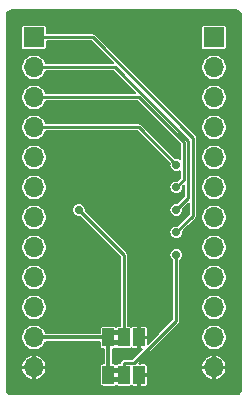
<source format=gbr>
%TF.GenerationSoftware,KiCad,Pcbnew,5.1.6+dfsg1-1*%
%TF.CreationDate,2020-07-12T14:16:47+08:00*%
%TF.ProjectId,gpioexp,6770696f-6578-4702-9e6b-696361645f70,a*%
%TF.SameCoordinates,Original*%
%TF.FileFunction,Copper,L2,Bot*%
%TF.FilePolarity,Positive*%
%FSLAX46Y46*%
G04 Gerber Fmt 4.6, Leading zero omitted, Abs format (unit mm)*
G04 Created by KiCad (PCBNEW 5.1.6+dfsg1-1) date 2020-07-12 14:16:47*
%MOMM*%
%LPD*%
G01*
G04 APERTURE LIST*
%TA.AperFunction,EtchedComponent*%
%ADD10C,0.100000*%
%TD*%
%TA.AperFunction,SMDPad,CuDef*%
%ADD11R,1.000000X1.500000*%
%TD*%
%TA.AperFunction,ComponentPad*%
%ADD12O,1.700000X1.700000*%
%TD*%
%TA.AperFunction,ComponentPad*%
%ADD13R,1.700000X1.700000*%
%TD*%
%TA.AperFunction,ViaPad*%
%ADD14C,0.700000*%
%TD*%
%TA.AperFunction,Conductor*%
%ADD15C,0.304800*%
%TD*%
%TA.AperFunction,Conductor*%
%ADD16C,0.228600*%
%TD*%
%TA.AperFunction,Conductor*%
%ADD17C,0.152400*%
%TD*%
G04 APERTURE END LIST*
D10*
%TO.C,JP2*%
G36*
X141340000Y-110455000D02*
G01*
X141840000Y-110455000D01*
X141840000Y-110055000D01*
X141340000Y-110055000D01*
X141340000Y-110455000D01*
G37*
G36*
X141340000Y-109655000D02*
G01*
X141840000Y-109655000D01*
X141840000Y-109255000D01*
X141340000Y-109255000D01*
X141340000Y-109655000D01*
G37*
%TO.C,JP1*%
G36*
X141340000Y-107280000D02*
G01*
X141840000Y-107280000D01*
X141840000Y-106880000D01*
X141340000Y-106880000D01*
X141340000Y-107280000D01*
G37*
G36*
X141340000Y-106480000D02*
G01*
X141840000Y-106480000D01*
X141840000Y-106080000D01*
X141340000Y-106080000D01*
X141340000Y-106480000D01*
G37*
%TD*%
D11*
%TO.P,JP2,2*%
%TO.N,AD1*%
X142240000Y-109855000D03*
%TO.P,JP2,3*%
%TO.N,GND*%
X143540000Y-109855000D03*
%TO.P,JP2,1*%
%TO.N,VCC*%
X140940000Y-109855000D03*
%TD*%
%TO.P,JP1,2*%
%TO.N,AD0*%
X142240000Y-106680000D03*
%TO.P,JP1,3*%
%TO.N,GND*%
X143540000Y-106680000D03*
%TO.P,JP1,1*%
%TO.N,VCC*%
X140940000Y-106680000D03*
%TD*%
D12*
%TO.P,J2,12*%
%TO.N,GND*%
X149860000Y-109220000D03*
%TO.P,J2,11*%
%TO.N,VCC*%
X149860000Y-106680000D03*
%TO.P,J2,10*%
%TO.N,INT*%
X149860000Y-104140000D03*
%TO.P,J2,9*%
%TO.N,NRST*%
X149860000Y-101600000D03*
%TO.P,J2,8*%
%TO.N,P0_0*%
X149860000Y-99060000D03*
%TO.P,J2,7*%
%TO.N,P0_1*%
X149860000Y-96520000D03*
%TO.P,J2,6*%
%TO.N,P0_2*%
X149860000Y-93980000D03*
%TO.P,J2,5*%
%TO.N,P0_3*%
X149860000Y-91440000D03*
%TO.P,J2,4*%
%TO.N,P0_4*%
X149860000Y-88900000D03*
%TO.P,J2,3*%
%TO.N,P0_5*%
X149860000Y-86360000D03*
%TO.P,J2,2*%
%TO.N,P0_6*%
X149860000Y-83820000D03*
D13*
%TO.P,J2,1*%
%TO.N,P0_7*%
X149860000Y-81280000D03*
%TD*%
D12*
%TO.P,J1,12*%
%TO.N,GND*%
X134620000Y-109220000D03*
%TO.P,J1,11*%
%TO.N,VCC*%
X134620000Y-106680000D03*
%TO.P,J1,10*%
%TO.N,SDA*%
X134620000Y-104140000D03*
%TO.P,J1,9*%
%TO.N,SCL*%
X134620000Y-101600000D03*
%TO.P,J1,8*%
%TO.N,P1_7*%
X134620000Y-99060000D03*
%TO.P,J1,7*%
%TO.N,P1_6*%
X134620000Y-96520000D03*
%TO.P,J1,6*%
%TO.N,P1_5*%
X134620000Y-93980000D03*
%TO.P,J1,5*%
%TO.N,P1_4*%
X134620000Y-91440000D03*
%TO.P,J1,4*%
%TO.N,P1_3*%
X134620000Y-88900000D03*
%TO.P,J1,3*%
%TO.N,P1_2*%
X134620000Y-86360000D03*
%TO.P,J1,2*%
%TO.N,P1_1*%
X134620000Y-83820000D03*
D13*
%TO.P,J1,1*%
%TO.N,P1_0*%
X134620000Y-81280000D03*
%TD*%
D14*
%TO.N,GND*%
X142240000Y-92075000D03*
X140335000Y-95885000D03*
X142240000Y-80010000D03*
X144780000Y-80010000D03*
X139700000Y-80010000D03*
X137160000Y-80010000D03*
X147320000Y-80010000D03*
X144145000Y-101600000D03*
X144145000Y-103505000D03*
X147320000Y-110490000D03*
X145415000Y-110490000D03*
X139065000Y-110490000D03*
X137160000Y-110490000D03*
X138430000Y-97790000D03*
%TO.N,AD0*%
X138430000Y-95885000D03*
%TO.N,AD1*%
X146685000Y-99695000D03*
%TO.N,P1_3*%
X146685000Y-92075000D03*
%TO.N,P1_2*%
X146685000Y-93980000D03*
%TO.N,P1_1*%
X146685000Y-95885000D03*
%TO.N,P1_0*%
X146685000Y-97790000D03*
%TD*%
D15*
%TO.N,VCC*%
X140940000Y-106680000D02*
X140940000Y-109855000D01*
X140940000Y-106680000D02*
X134620000Y-106680000D01*
D16*
%TO.N,AD0*%
X142240000Y-99695000D02*
X142240000Y-106680000D01*
X138430000Y-95885000D02*
X142240000Y-99695000D01*
%TO.N,AD1*%
X142240000Y-108876400D02*
X142240000Y-109855000D01*
X142278101Y-108838299D02*
X142240000Y-108876400D01*
X143111763Y-108838299D02*
X142278101Y-108838299D01*
X146685000Y-105265062D02*
X143111763Y-108838299D01*
X146685000Y-99695000D02*
X146685000Y-105265062D01*
%TO.N,P1_3*%
X146685000Y-92075000D02*
X143510000Y-88900000D01*
X143510000Y-88900000D02*
X134620000Y-88900000D01*
%TO.N,P1_2*%
X134620000Y-86360000D02*
X143510000Y-86360000D01*
X143510000Y-86360000D02*
X147320000Y-90170000D01*
X147320000Y-93345000D02*
X146685000Y-93980000D01*
X147320000Y-90170000D02*
X147320000Y-93345000D01*
%TO.N,P1_1*%
X134620000Y-83820000D02*
X141508830Y-83820000D01*
X141508830Y-83820000D02*
X147701009Y-90012179D01*
X147701009Y-90012179D02*
X147701009Y-94868991D01*
X147701009Y-94868991D02*
X146685000Y-95885000D01*
%TO.N,P1_0*%
X148082020Y-96392980D02*
X148082020Y-89758190D01*
X146685000Y-97790000D02*
X148082020Y-96392980D01*
X148082020Y-89758190D02*
X139603830Y-81280000D01*
X139603830Y-81280000D02*
X134620000Y-81280000D01*
%TD*%
D17*
%TO.N,GND*%
G36*
X151838847Y-79002057D02*
G01*
X151909878Y-79023502D01*
X151975392Y-79058337D01*
X152032892Y-79105234D01*
X152080187Y-79162404D01*
X152115477Y-79227672D01*
X152137418Y-79298554D01*
X152146400Y-79384005D01*
X152146401Y-111112585D01*
X152137943Y-111198848D01*
X152116499Y-111269875D01*
X152081665Y-111335389D01*
X152034768Y-111392890D01*
X151977598Y-111440186D01*
X151912328Y-111475477D01*
X151841446Y-111497418D01*
X151755995Y-111506400D01*
X132727405Y-111506400D01*
X132641152Y-111497943D01*
X132570125Y-111476499D01*
X132504611Y-111441665D01*
X132447110Y-111394768D01*
X132399814Y-111337598D01*
X132364523Y-111272328D01*
X132342582Y-111201446D01*
X132333600Y-111115995D01*
X132333600Y-109463570D01*
X133569261Y-109463570D01*
X133611019Y-109601240D01*
X133704783Y-109790757D01*
X133833718Y-109958340D01*
X133992869Y-110097549D01*
X134176120Y-110203034D01*
X134376429Y-110270742D01*
X134543800Y-110238759D01*
X134543800Y-109296200D01*
X134696200Y-109296200D01*
X134696200Y-110238759D01*
X134863571Y-110270742D01*
X135063880Y-110203034D01*
X135247131Y-110097549D01*
X135406282Y-109958340D01*
X135535217Y-109790757D01*
X135628981Y-109601240D01*
X135670739Y-109463570D01*
X135638604Y-109296200D01*
X134696200Y-109296200D01*
X134543800Y-109296200D01*
X133601396Y-109296200D01*
X133569261Y-109463570D01*
X132333600Y-109463570D01*
X132333600Y-108976430D01*
X133569261Y-108976430D01*
X133601396Y-109143800D01*
X134543800Y-109143800D01*
X134543800Y-108201241D01*
X134696200Y-108201241D01*
X134696200Y-109143800D01*
X135638604Y-109143800D01*
X135670739Y-108976430D01*
X135628981Y-108838760D01*
X135535217Y-108649243D01*
X135406282Y-108481660D01*
X135247131Y-108342451D01*
X135063880Y-108236966D01*
X134863571Y-108169258D01*
X134696200Y-108201241D01*
X134543800Y-108201241D01*
X134376429Y-108169258D01*
X134176120Y-108236966D01*
X133992869Y-108342451D01*
X133833718Y-108481660D01*
X133704783Y-108649243D01*
X133611019Y-108838760D01*
X133569261Y-108976430D01*
X132333600Y-108976430D01*
X132333600Y-106573767D01*
X133541400Y-106573767D01*
X133541400Y-106786233D01*
X133582850Y-106994616D01*
X133664157Y-107190909D01*
X133782197Y-107367567D01*
X133932433Y-107517803D01*
X134109091Y-107635843D01*
X134305384Y-107717150D01*
X134513767Y-107758600D01*
X134726233Y-107758600D01*
X134934616Y-107717150D01*
X135130909Y-107635843D01*
X135307567Y-107517803D01*
X135457803Y-107367567D01*
X135575843Y-107190909D01*
X135629653Y-107061000D01*
X140210294Y-107061000D01*
X140210294Y-107430000D01*
X140214708Y-107474813D01*
X140227779Y-107517905D01*
X140249006Y-107557618D01*
X140277573Y-107592427D01*
X140312382Y-107620994D01*
X140352095Y-107642221D01*
X140395187Y-107655292D01*
X140440000Y-107659706D01*
X140559000Y-107659706D01*
X140559001Y-108875294D01*
X140440000Y-108875294D01*
X140395187Y-108879708D01*
X140352095Y-108892779D01*
X140312382Y-108914006D01*
X140277573Y-108942573D01*
X140249006Y-108977382D01*
X140227779Y-109017095D01*
X140214708Y-109060187D01*
X140210294Y-109105000D01*
X140210294Y-110605000D01*
X140214708Y-110649813D01*
X140227779Y-110692905D01*
X140249006Y-110732618D01*
X140277573Y-110767427D01*
X140312382Y-110795994D01*
X140352095Y-110817221D01*
X140395187Y-110830292D01*
X140440000Y-110834706D01*
X141440000Y-110834706D01*
X141484813Y-110830292D01*
X141527905Y-110817221D01*
X141567618Y-110795994D01*
X141590000Y-110777626D01*
X141612382Y-110795994D01*
X141652095Y-110817221D01*
X141695187Y-110830292D01*
X141740000Y-110834706D01*
X142740000Y-110834706D01*
X142784813Y-110830292D01*
X142827905Y-110817221D01*
X142867618Y-110795994D01*
X142890000Y-110777626D01*
X142912382Y-110795994D01*
X142952095Y-110817221D01*
X142995187Y-110830292D01*
X143040000Y-110834706D01*
X143406650Y-110833600D01*
X143463800Y-110776450D01*
X143463800Y-109931200D01*
X143616200Y-109931200D01*
X143616200Y-110776450D01*
X143673350Y-110833600D01*
X144040000Y-110834706D01*
X144084813Y-110830292D01*
X144127905Y-110817221D01*
X144167618Y-110795994D01*
X144202427Y-110767427D01*
X144230994Y-110732618D01*
X144252221Y-110692905D01*
X144265292Y-110649813D01*
X144269706Y-110605000D01*
X144268600Y-109988350D01*
X144211450Y-109931200D01*
X143616200Y-109931200D01*
X143463800Y-109931200D01*
X143443800Y-109931200D01*
X143443800Y-109778800D01*
X143463800Y-109778800D01*
X143463800Y-109758800D01*
X143616200Y-109758800D01*
X143616200Y-109778800D01*
X144211450Y-109778800D01*
X144268600Y-109721650D01*
X144269062Y-109463570D01*
X148809261Y-109463570D01*
X148851019Y-109601240D01*
X148944783Y-109790757D01*
X149073718Y-109958340D01*
X149232869Y-110097549D01*
X149416120Y-110203034D01*
X149616429Y-110270742D01*
X149783800Y-110238759D01*
X149783800Y-109296200D01*
X149936200Y-109296200D01*
X149936200Y-110238759D01*
X150103571Y-110270742D01*
X150303880Y-110203034D01*
X150487131Y-110097549D01*
X150646282Y-109958340D01*
X150775217Y-109790757D01*
X150868981Y-109601240D01*
X150910739Y-109463570D01*
X150878604Y-109296200D01*
X149936200Y-109296200D01*
X149783800Y-109296200D01*
X148841396Y-109296200D01*
X148809261Y-109463570D01*
X144269062Y-109463570D01*
X144269706Y-109105000D01*
X144265292Y-109060187D01*
X144252221Y-109017095D01*
X144230994Y-108977382D01*
X144230213Y-108976430D01*
X148809261Y-108976430D01*
X148841396Y-109143800D01*
X149783800Y-109143800D01*
X149783800Y-108201241D01*
X149936200Y-108201241D01*
X149936200Y-109143800D01*
X150878604Y-109143800D01*
X150910739Y-108976430D01*
X150868981Y-108838760D01*
X150775217Y-108649243D01*
X150646282Y-108481660D01*
X150487131Y-108342451D01*
X150303880Y-108236966D01*
X150103571Y-108169258D01*
X149936200Y-108201241D01*
X149783800Y-108201241D01*
X149616429Y-108169258D01*
X149416120Y-108236966D01*
X149232869Y-108342451D01*
X149073718Y-108481660D01*
X148944783Y-108649243D01*
X148851019Y-108838760D01*
X148809261Y-108976430D01*
X144230213Y-108976430D01*
X144202427Y-108942573D01*
X144167618Y-108914006D01*
X144127905Y-108892779D01*
X144084813Y-108879708D01*
X144040000Y-108875294D01*
X143673350Y-108876400D01*
X143616202Y-108933548D01*
X143616202Y-108876400D01*
X143558595Y-108876400D01*
X145861228Y-106573767D01*
X148781400Y-106573767D01*
X148781400Y-106786233D01*
X148822850Y-106994616D01*
X148904157Y-107190909D01*
X149022197Y-107367567D01*
X149172433Y-107517803D01*
X149349091Y-107635843D01*
X149545384Y-107717150D01*
X149753767Y-107758600D01*
X149966233Y-107758600D01*
X150174616Y-107717150D01*
X150370909Y-107635843D01*
X150547567Y-107517803D01*
X150697803Y-107367567D01*
X150815843Y-107190909D01*
X150897150Y-106994616D01*
X150938600Y-106786233D01*
X150938600Y-106573767D01*
X150897150Y-106365384D01*
X150815843Y-106169091D01*
X150697803Y-105992433D01*
X150547567Y-105842197D01*
X150370909Y-105724157D01*
X150174616Y-105642850D01*
X149966233Y-105601400D01*
X149753767Y-105601400D01*
X149545384Y-105642850D01*
X149349091Y-105724157D01*
X149172433Y-105842197D01*
X149022197Y-105992433D01*
X148904157Y-106169091D01*
X148822850Y-106365384D01*
X148781400Y-106573767D01*
X145861228Y-106573767D01*
X146915557Y-105519439D01*
X146928640Y-105508702D01*
X146971490Y-105456489D01*
X147003331Y-105396919D01*
X147022938Y-105332282D01*
X147027900Y-105281905D01*
X147027900Y-105281898D01*
X147029558Y-105265063D01*
X147027900Y-105248228D01*
X147027900Y-104033767D01*
X148781400Y-104033767D01*
X148781400Y-104246233D01*
X148822850Y-104454616D01*
X148904157Y-104650909D01*
X149022197Y-104827567D01*
X149172433Y-104977803D01*
X149349091Y-105095843D01*
X149545384Y-105177150D01*
X149753767Y-105218600D01*
X149966233Y-105218600D01*
X150174616Y-105177150D01*
X150370909Y-105095843D01*
X150547567Y-104977803D01*
X150697803Y-104827567D01*
X150815843Y-104650909D01*
X150897150Y-104454616D01*
X150938600Y-104246233D01*
X150938600Y-104033767D01*
X150897150Y-103825384D01*
X150815843Y-103629091D01*
X150697803Y-103452433D01*
X150547567Y-103302197D01*
X150370909Y-103184157D01*
X150174616Y-103102850D01*
X149966233Y-103061400D01*
X149753767Y-103061400D01*
X149545384Y-103102850D01*
X149349091Y-103184157D01*
X149172433Y-103302197D01*
X149022197Y-103452433D01*
X148904157Y-103629091D01*
X148822850Y-103825384D01*
X148781400Y-104033767D01*
X147027900Y-104033767D01*
X147027900Y-101493767D01*
X148781400Y-101493767D01*
X148781400Y-101706233D01*
X148822850Y-101914616D01*
X148904157Y-102110909D01*
X149022197Y-102287567D01*
X149172433Y-102437803D01*
X149349091Y-102555843D01*
X149545384Y-102637150D01*
X149753767Y-102678600D01*
X149966233Y-102678600D01*
X150174616Y-102637150D01*
X150370909Y-102555843D01*
X150547567Y-102437803D01*
X150697803Y-102287567D01*
X150815843Y-102110909D01*
X150897150Y-101914616D01*
X150938600Y-101706233D01*
X150938600Y-101493767D01*
X150897150Y-101285384D01*
X150815843Y-101089091D01*
X150697803Y-100912433D01*
X150547567Y-100762197D01*
X150370909Y-100644157D01*
X150174616Y-100562850D01*
X149966233Y-100521400D01*
X149753767Y-100521400D01*
X149545384Y-100562850D01*
X149349091Y-100644157D01*
X149172433Y-100762197D01*
X149022197Y-100912433D01*
X148904157Y-101089091D01*
X148822850Y-101285384D01*
X148781400Y-101493767D01*
X147027900Y-101493767D01*
X147027900Y-100161758D01*
X147053836Y-100144428D01*
X147134428Y-100063836D01*
X147197749Y-99969070D01*
X147241365Y-99863772D01*
X147263600Y-99751987D01*
X147263600Y-99638013D01*
X147241365Y-99526228D01*
X147197749Y-99420930D01*
X147134428Y-99326164D01*
X147053836Y-99245572D01*
X146959070Y-99182251D01*
X146853772Y-99138635D01*
X146741987Y-99116400D01*
X146628013Y-99116400D01*
X146516228Y-99138635D01*
X146410930Y-99182251D01*
X146316164Y-99245572D01*
X146235572Y-99326164D01*
X146172251Y-99420930D01*
X146128635Y-99526228D01*
X146106400Y-99638013D01*
X146106400Y-99751987D01*
X146128635Y-99863772D01*
X146172251Y-99969070D01*
X146235572Y-100063836D01*
X146316164Y-100144428D01*
X146342100Y-100161758D01*
X146342101Y-105123027D01*
X144269286Y-107195843D01*
X144268600Y-106813350D01*
X144211450Y-106756200D01*
X143616200Y-106756200D01*
X143616200Y-107601450D01*
X143673350Y-107658600D01*
X143806128Y-107659001D01*
X142969730Y-108495399D01*
X142294944Y-108495399D01*
X142278101Y-108493740D01*
X142261258Y-108495399D01*
X142210881Y-108500361D01*
X142146244Y-108519968D01*
X142086674Y-108551809D01*
X142034461Y-108594659D01*
X142023720Y-108607747D01*
X142009444Y-108622023D01*
X141996360Y-108632761D01*
X141953510Y-108684974D01*
X141921669Y-108744544D01*
X141902062Y-108809181D01*
X141897100Y-108859558D01*
X141897100Y-108859565D01*
X141895551Y-108875294D01*
X141740000Y-108875294D01*
X141695187Y-108879708D01*
X141652095Y-108892779D01*
X141612382Y-108914006D01*
X141590000Y-108932374D01*
X141567618Y-108914006D01*
X141527905Y-108892779D01*
X141484813Y-108879708D01*
X141440000Y-108875294D01*
X141321000Y-108875294D01*
X141321000Y-107659706D01*
X141440000Y-107659706D01*
X141484813Y-107655292D01*
X141527905Y-107642221D01*
X141567618Y-107620994D01*
X141590000Y-107602626D01*
X141612382Y-107620994D01*
X141652095Y-107642221D01*
X141695187Y-107655292D01*
X141740000Y-107659706D01*
X142740000Y-107659706D01*
X142784813Y-107655292D01*
X142827905Y-107642221D01*
X142867618Y-107620994D01*
X142890000Y-107602626D01*
X142912382Y-107620994D01*
X142952095Y-107642221D01*
X142995187Y-107655292D01*
X143040000Y-107659706D01*
X143406650Y-107658600D01*
X143463800Y-107601450D01*
X143463800Y-106756200D01*
X143443800Y-106756200D01*
X143443800Y-106603800D01*
X143463800Y-106603800D01*
X143463800Y-105758550D01*
X143616200Y-105758550D01*
X143616200Y-106603800D01*
X144211450Y-106603800D01*
X144268600Y-106546650D01*
X144269706Y-105930000D01*
X144265292Y-105885187D01*
X144252221Y-105842095D01*
X144230994Y-105802382D01*
X144202427Y-105767573D01*
X144167618Y-105739006D01*
X144127905Y-105717779D01*
X144084813Y-105704708D01*
X144040000Y-105700294D01*
X143673350Y-105701400D01*
X143616200Y-105758550D01*
X143463800Y-105758550D01*
X143406650Y-105701400D01*
X143040000Y-105700294D01*
X142995187Y-105704708D01*
X142952095Y-105717779D01*
X142912382Y-105739006D01*
X142890000Y-105757374D01*
X142867618Y-105739006D01*
X142827905Y-105717779D01*
X142784813Y-105704708D01*
X142740000Y-105700294D01*
X142582900Y-105700294D01*
X142582900Y-99711843D01*
X142584559Y-99695000D01*
X142577938Y-99627780D01*
X142558331Y-99563143D01*
X142526490Y-99503573D01*
X142494376Y-99464443D01*
X142483639Y-99451360D01*
X142470556Y-99440623D01*
X141983700Y-98953767D01*
X148781400Y-98953767D01*
X148781400Y-99166233D01*
X148822850Y-99374616D01*
X148904157Y-99570909D01*
X149022197Y-99747567D01*
X149172433Y-99897803D01*
X149349091Y-100015843D01*
X149545384Y-100097150D01*
X149753767Y-100138600D01*
X149966233Y-100138600D01*
X150174616Y-100097150D01*
X150370909Y-100015843D01*
X150547567Y-99897803D01*
X150697803Y-99747567D01*
X150815843Y-99570909D01*
X150897150Y-99374616D01*
X150938600Y-99166233D01*
X150938600Y-98953767D01*
X150897150Y-98745384D01*
X150815843Y-98549091D01*
X150697803Y-98372433D01*
X150547567Y-98222197D01*
X150370909Y-98104157D01*
X150174616Y-98022850D01*
X149966233Y-97981400D01*
X149753767Y-97981400D01*
X149545384Y-98022850D01*
X149349091Y-98104157D01*
X149172433Y-98222197D01*
X149022197Y-98372433D01*
X148904157Y-98549091D01*
X148822850Y-98745384D01*
X148781400Y-98953767D01*
X141983700Y-98953767D01*
X139002514Y-95972581D01*
X139008600Y-95941987D01*
X139008600Y-95828013D01*
X138986365Y-95716228D01*
X138942749Y-95610930D01*
X138879428Y-95516164D01*
X138798836Y-95435572D01*
X138704070Y-95372251D01*
X138598772Y-95328635D01*
X138486987Y-95306400D01*
X138373013Y-95306400D01*
X138261228Y-95328635D01*
X138155930Y-95372251D01*
X138061164Y-95435572D01*
X137980572Y-95516164D01*
X137917251Y-95610930D01*
X137873635Y-95716228D01*
X137851400Y-95828013D01*
X137851400Y-95941987D01*
X137873635Y-96053772D01*
X137917251Y-96159070D01*
X137980572Y-96253836D01*
X138061164Y-96334428D01*
X138155930Y-96397749D01*
X138261228Y-96441365D01*
X138373013Y-96463600D01*
X138486987Y-96463600D01*
X138517581Y-96457514D01*
X141897100Y-99837033D01*
X141897101Y-105700294D01*
X141740000Y-105700294D01*
X141695187Y-105704708D01*
X141652095Y-105717779D01*
X141612382Y-105739006D01*
X141590000Y-105757374D01*
X141567618Y-105739006D01*
X141527905Y-105717779D01*
X141484813Y-105704708D01*
X141440000Y-105700294D01*
X140440000Y-105700294D01*
X140395187Y-105704708D01*
X140352095Y-105717779D01*
X140312382Y-105739006D01*
X140277573Y-105767573D01*
X140249006Y-105802382D01*
X140227779Y-105842095D01*
X140214708Y-105885187D01*
X140210294Y-105930000D01*
X140210294Y-106299000D01*
X135629653Y-106299000D01*
X135575843Y-106169091D01*
X135457803Y-105992433D01*
X135307567Y-105842197D01*
X135130909Y-105724157D01*
X134934616Y-105642850D01*
X134726233Y-105601400D01*
X134513767Y-105601400D01*
X134305384Y-105642850D01*
X134109091Y-105724157D01*
X133932433Y-105842197D01*
X133782197Y-105992433D01*
X133664157Y-106169091D01*
X133582850Y-106365384D01*
X133541400Y-106573767D01*
X132333600Y-106573767D01*
X132333600Y-104033767D01*
X133541400Y-104033767D01*
X133541400Y-104246233D01*
X133582850Y-104454616D01*
X133664157Y-104650909D01*
X133782197Y-104827567D01*
X133932433Y-104977803D01*
X134109091Y-105095843D01*
X134305384Y-105177150D01*
X134513767Y-105218600D01*
X134726233Y-105218600D01*
X134934616Y-105177150D01*
X135130909Y-105095843D01*
X135307567Y-104977803D01*
X135457803Y-104827567D01*
X135575843Y-104650909D01*
X135657150Y-104454616D01*
X135698600Y-104246233D01*
X135698600Y-104033767D01*
X135657150Y-103825384D01*
X135575843Y-103629091D01*
X135457803Y-103452433D01*
X135307567Y-103302197D01*
X135130909Y-103184157D01*
X134934616Y-103102850D01*
X134726233Y-103061400D01*
X134513767Y-103061400D01*
X134305384Y-103102850D01*
X134109091Y-103184157D01*
X133932433Y-103302197D01*
X133782197Y-103452433D01*
X133664157Y-103629091D01*
X133582850Y-103825384D01*
X133541400Y-104033767D01*
X132333600Y-104033767D01*
X132333600Y-101493767D01*
X133541400Y-101493767D01*
X133541400Y-101706233D01*
X133582850Y-101914616D01*
X133664157Y-102110909D01*
X133782197Y-102287567D01*
X133932433Y-102437803D01*
X134109091Y-102555843D01*
X134305384Y-102637150D01*
X134513767Y-102678600D01*
X134726233Y-102678600D01*
X134934616Y-102637150D01*
X135130909Y-102555843D01*
X135307567Y-102437803D01*
X135457803Y-102287567D01*
X135575843Y-102110909D01*
X135657150Y-101914616D01*
X135698600Y-101706233D01*
X135698600Y-101493767D01*
X135657150Y-101285384D01*
X135575843Y-101089091D01*
X135457803Y-100912433D01*
X135307567Y-100762197D01*
X135130909Y-100644157D01*
X134934616Y-100562850D01*
X134726233Y-100521400D01*
X134513767Y-100521400D01*
X134305384Y-100562850D01*
X134109091Y-100644157D01*
X133932433Y-100762197D01*
X133782197Y-100912433D01*
X133664157Y-101089091D01*
X133582850Y-101285384D01*
X133541400Y-101493767D01*
X132333600Y-101493767D01*
X132333600Y-98953767D01*
X133541400Y-98953767D01*
X133541400Y-99166233D01*
X133582850Y-99374616D01*
X133664157Y-99570909D01*
X133782197Y-99747567D01*
X133932433Y-99897803D01*
X134109091Y-100015843D01*
X134305384Y-100097150D01*
X134513767Y-100138600D01*
X134726233Y-100138600D01*
X134934616Y-100097150D01*
X135130909Y-100015843D01*
X135307567Y-99897803D01*
X135457803Y-99747567D01*
X135575843Y-99570909D01*
X135657150Y-99374616D01*
X135698600Y-99166233D01*
X135698600Y-98953767D01*
X135657150Y-98745384D01*
X135575843Y-98549091D01*
X135457803Y-98372433D01*
X135307567Y-98222197D01*
X135130909Y-98104157D01*
X134934616Y-98022850D01*
X134726233Y-97981400D01*
X134513767Y-97981400D01*
X134305384Y-98022850D01*
X134109091Y-98104157D01*
X133932433Y-98222197D01*
X133782197Y-98372433D01*
X133664157Y-98549091D01*
X133582850Y-98745384D01*
X133541400Y-98953767D01*
X132333600Y-98953767D01*
X132333600Y-96413767D01*
X133541400Y-96413767D01*
X133541400Y-96626233D01*
X133582850Y-96834616D01*
X133664157Y-97030909D01*
X133782197Y-97207567D01*
X133932433Y-97357803D01*
X134109091Y-97475843D01*
X134305384Y-97557150D01*
X134513767Y-97598600D01*
X134726233Y-97598600D01*
X134934616Y-97557150D01*
X135130909Y-97475843D01*
X135307567Y-97357803D01*
X135457803Y-97207567D01*
X135575843Y-97030909D01*
X135657150Y-96834616D01*
X135698600Y-96626233D01*
X135698600Y-96413767D01*
X135657150Y-96205384D01*
X135575843Y-96009091D01*
X135457803Y-95832433D01*
X135307567Y-95682197D01*
X135130909Y-95564157D01*
X134934616Y-95482850D01*
X134726233Y-95441400D01*
X134513767Y-95441400D01*
X134305384Y-95482850D01*
X134109091Y-95564157D01*
X133932433Y-95682197D01*
X133782197Y-95832433D01*
X133664157Y-96009091D01*
X133582850Y-96205384D01*
X133541400Y-96413767D01*
X132333600Y-96413767D01*
X132333600Y-93873767D01*
X133541400Y-93873767D01*
X133541400Y-94086233D01*
X133582850Y-94294616D01*
X133664157Y-94490909D01*
X133782197Y-94667567D01*
X133932433Y-94817803D01*
X134109091Y-94935843D01*
X134305384Y-95017150D01*
X134513767Y-95058600D01*
X134726233Y-95058600D01*
X134934616Y-95017150D01*
X135130909Y-94935843D01*
X135307567Y-94817803D01*
X135457803Y-94667567D01*
X135575843Y-94490909D01*
X135657150Y-94294616D01*
X135698600Y-94086233D01*
X135698600Y-93873767D01*
X135657150Y-93665384D01*
X135575843Y-93469091D01*
X135457803Y-93292433D01*
X135307567Y-93142197D01*
X135130909Y-93024157D01*
X134934616Y-92942850D01*
X134726233Y-92901400D01*
X134513767Y-92901400D01*
X134305384Y-92942850D01*
X134109091Y-93024157D01*
X133932433Y-93142197D01*
X133782197Y-93292433D01*
X133664157Y-93469091D01*
X133582850Y-93665384D01*
X133541400Y-93873767D01*
X132333600Y-93873767D01*
X132333600Y-91333767D01*
X133541400Y-91333767D01*
X133541400Y-91546233D01*
X133582850Y-91754616D01*
X133664157Y-91950909D01*
X133782197Y-92127567D01*
X133932433Y-92277803D01*
X134109091Y-92395843D01*
X134305384Y-92477150D01*
X134513767Y-92518600D01*
X134726233Y-92518600D01*
X134934616Y-92477150D01*
X135130909Y-92395843D01*
X135307567Y-92277803D01*
X135457803Y-92127567D01*
X135575843Y-91950909D01*
X135657150Y-91754616D01*
X135698600Y-91546233D01*
X135698600Y-91333767D01*
X135657150Y-91125384D01*
X135575843Y-90929091D01*
X135457803Y-90752433D01*
X135307567Y-90602197D01*
X135130909Y-90484157D01*
X134934616Y-90402850D01*
X134726233Y-90361400D01*
X134513767Y-90361400D01*
X134305384Y-90402850D01*
X134109091Y-90484157D01*
X133932433Y-90602197D01*
X133782197Y-90752433D01*
X133664157Y-90929091D01*
X133582850Y-91125384D01*
X133541400Y-91333767D01*
X132333600Y-91333767D01*
X132333600Y-80430000D01*
X133540294Y-80430000D01*
X133540294Y-82130000D01*
X133544708Y-82174813D01*
X133557779Y-82217905D01*
X133579006Y-82257618D01*
X133607573Y-82292427D01*
X133642382Y-82320994D01*
X133682095Y-82342221D01*
X133725187Y-82355292D01*
X133770000Y-82359706D01*
X135470000Y-82359706D01*
X135514813Y-82355292D01*
X135557905Y-82342221D01*
X135597618Y-82320994D01*
X135632427Y-82292427D01*
X135660994Y-82257618D01*
X135682221Y-82217905D01*
X135695292Y-82174813D01*
X135699706Y-82130000D01*
X135699706Y-81622900D01*
X139461797Y-81622900D01*
X141315997Y-83477100D01*
X135645434Y-83477100D01*
X135575843Y-83309091D01*
X135457803Y-83132433D01*
X135307567Y-82982197D01*
X135130909Y-82864157D01*
X134934616Y-82782850D01*
X134726233Y-82741400D01*
X134513767Y-82741400D01*
X134305384Y-82782850D01*
X134109091Y-82864157D01*
X133932433Y-82982197D01*
X133782197Y-83132433D01*
X133664157Y-83309091D01*
X133582850Y-83505384D01*
X133541400Y-83713767D01*
X133541400Y-83926233D01*
X133582850Y-84134616D01*
X133664157Y-84330909D01*
X133782197Y-84507567D01*
X133932433Y-84657803D01*
X134109091Y-84775843D01*
X134305384Y-84857150D01*
X134513767Y-84898600D01*
X134726233Y-84898600D01*
X134934616Y-84857150D01*
X135130909Y-84775843D01*
X135307567Y-84657803D01*
X135457803Y-84507567D01*
X135575843Y-84330909D01*
X135645434Y-84162900D01*
X141366797Y-84162900D01*
X143220997Y-86017100D01*
X135645434Y-86017100D01*
X135575843Y-85849091D01*
X135457803Y-85672433D01*
X135307567Y-85522197D01*
X135130909Y-85404157D01*
X134934616Y-85322850D01*
X134726233Y-85281400D01*
X134513767Y-85281400D01*
X134305384Y-85322850D01*
X134109091Y-85404157D01*
X133932433Y-85522197D01*
X133782197Y-85672433D01*
X133664157Y-85849091D01*
X133582850Y-86045384D01*
X133541400Y-86253767D01*
X133541400Y-86466233D01*
X133582850Y-86674616D01*
X133664157Y-86870909D01*
X133782197Y-87047567D01*
X133932433Y-87197803D01*
X134109091Y-87315843D01*
X134305384Y-87397150D01*
X134513767Y-87438600D01*
X134726233Y-87438600D01*
X134934616Y-87397150D01*
X135130909Y-87315843D01*
X135307567Y-87197803D01*
X135457803Y-87047567D01*
X135575843Y-86870909D01*
X135645434Y-86702900D01*
X143367967Y-86702900D01*
X146977100Y-90312033D01*
X146977100Y-91574299D01*
X146959070Y-91562251D01*
X146853772Y-91518635D01*
X146741987Y-91496400D01*
X146628013Y-91496400D01*
X146597419Y-91502485D01*
X143764381Y-88669448D01*
X143753640Y-88656360D01*
X143701427Y-88613510D01*
X143641857Y-88581669D01*
X143577220Y-88562062D01*
X143526843Y-88557100D01*
X143526835Y-88557100D01*
X143510000Y-88555442D01*
X143493165Y-88557100D01*
X135645434Y-88557100D01*
X135575843Y-88389091D01*
X135457803Y-88212433D01*
X135307567Y-88062197D01*
X135130909Y-87944157D01*
X134934616Y-87862850D01*
X134726233Y-87821400D01*
X134513767Y-87821400D01*
X134305384Y-87862850D01*
X134109091Y-87944157D01*
X133932433Y-88062197D01*
X133782197Y-88212433D01*
X133664157Y-88389091D01*
X133582850Y-88585384D01*
X133541400Y-88793767D01*
X133541400Y-89006233D01*
X133582850Y-89214616D01*
X133664157Y-89410909D01*
X133782197Y-89587567D01*
X133932433Y-89737803D01*
X134109091Y-89855843D01*
X134305384Y-89937150D01*
X134513767Y-89978600D01*
X134726233Y-89978600D01*
X134934616Y-89937150D01*
X135130909Y-89855843D01*
X135307567Y-89737803D01*
X135457803Y-89587567D01*
X135575843Y-89410909D01*
X135645434Y-89242900D01*
X143367967Y-89242900D01*
X146112485Y-91987419D01*
X146106400Y-92018013D01*
X146106400Y-92131987D01*
X146128635Y-92243772D01*
X146172251Y-92349070D01*
X146235572Y-92443836D01*
X146316164Y-92524428D01*
X146410930Y-92587749D01*
X146516228Y-92631365D01*
X146628013Y-92653600D01*
X146741987Y-92653600D01*
X146853772Y-92631365D01*
X146959070Y-92587749D01*
X146977101Y-92575701D01*
X146977101Y-93202966D01*
X146772581Y-93407486D01*
X146741987Y-93401400D01*
X146628013Y-93401400D01*
X146516228Y-93423635D01*
X146410930Y-93467251D01*
X146316164Y-93530572D01*
X146235572Y-93611164D01*
X146172251Y-93705930D01*
X146128635Y-93811228D01*
X146106400Y-93923013D01*
X146106400Y-94036987D01*
X146128635Y-94148772D01*
X146172251Y-94254070D01*
X146235572Y-94348836D01*
X146316164Y-94429428D01*
X146410930Y-94492749D01*
X146516228Y-94536365D01*
X146628013Y-94558600D01*
X146741987Y-94558600D01*
X146853772Y-94536365D01*
X146959070Y-94492749D01*
X147053836Y-94429428D01*
X147134428Y-94348836D01*
X147197749Y-94254070D01*
X147241365Y-94148772D01*
X147263600Y-94036987D01*
X147263600Y-93923013D01*
X147257514Y-93892419D01*
X147358110Y-93791823D01*
X147358110Y-94726957D01*
X146772581Y-95312486D01*
X146741987Y-95306400D01*
X146628013Y-95306400D01*
X146516228Y-95328635D01*
X146410930Y-95372251D01*
X146316164Y-95435572D01*
X146235572Y-95516164D01*
X146172251Y-95610930D01*
X146128635Y-95716228D01*
X146106400Y-95828013D01*
X146106400Y-95941987D01*
X146128635Y-96053772D01*
X146172251Y-96159070D01*
X146235572Y-96253836D01*
X146316164Y-96334428D01*
X146410930Y-96397749D01*
X146516228Y-96441365D01*
X146628013Y-96463600D01*
X146741987Y-96463600D01*
X146853772Y-96441365D01*
X146959070Y-96397749D01*
X147053836Y-96334428D01*
X147134428Y-96253836D01*
X147197749Y-96159070D01*
X147241365Y-96053772D01*
X147263600Y-95941987D01*
X147263600Y-95828013D01*
X147257514Y-95797419D01*
X147739120Y-95315813D01*
X147739120Y-96250947D01*
X146772581Y-97217486D01*
X146741987Y-97211400D01*
X146628013Y-97211400D01*
X146516228Y-97233635D01*
X146410930Y-97277251D01*
X146316164Y-97340572D01*
X146235572Y-97421164D01*
X146172251Y-97515930D01*
X146128635Y-97621228D01*
X146106400Y-97733013D01*
X146106400Y-97846987D01*
X146128635Y-97958772D01*
X146172251Y-98064070D01*
X146235572Y-98158836D01*
X146316164Y-98239428D01*
X146410930Y-98302749D01*
X146516228Y-98346365D01*
X146628013Y-98368600D01*
X146741987Y-98368600D01*
X146853772Y-98346365D01*
X146959070Y-98302749D01*
X147053836Y-98239428D01*
X147134428Y-98158836D01*
X147197749Y-98064070D01*
X147241365Y-97958772D01*
X147263600Y-97846987D01*
X147263600Y-97733013D01*
X147257514Y-97702419D01*
X148312576Y-96647357D01*
X148325659Y-96636620D01*
X148368510Y-96584407D01*
X148400351Y-96524837D01*
X148419958Y-96460200D01*
X148424531Y-96413767D01*
X148781400Y-96413767D01*
X148781400Y-96626233D01*
X148822850Y-96834616D01*
X148904157Y-97030909D01*
X149022197Y-97207567D01*
X149172433Y-97357803D01*
X149349091Y-97475843D01*
X149545384Y-97557150D01*
X149753767Y-97598600D01*
X149966233Y-97598600D01*
X150174616Y-97557150D01*
X150370909Y-97475843D01*
X150547567Y-97357803D01*
X150697803Y-97207567D01*
X150815843Y-97030909D01*
X150897150Y-96834616D01*
X150938600Y-96626233D01*
X150938600Y-96413767D01*
X150897150Y-96205384D01*
X150815843Y-96009091D01*
X150697803Y-95832433D01*
X150547567Y-95682197D01*
X150370909Y-95564157D01*
X150174616Y-95482850D01*
X149966233Y-95441400D01*
X149753767Y-95441400D01*
X149545384Y-95482850D01*
X149349091Y-95564157D01*
X149172433Y-95682197D01*
X149022197Y-95832433D01*
X148904157Y-96009091D01*
X148822850Y-96205384D01*
X148781400Y-96413767D01*
X148424531Y-96413767D01*
X148424920Y-96409823D01*
X148424920Y-96409822D01*
X148426579Y-96392980D01*
X148424920Y-96376137D01*
X148424920Y-93873767D01*
X148781400Y-93873767D01*
X148781400Y-94086233D01*
X148822850Y-94294616D01*
X148904157Y-94490909D01*
X149022197Y-94667567D01*
X149172433Y-94817803D01*
X149349091Y-94935843D01*
X149545384Y-95017150D01*
X149753767Y-95058600D01*
X149966233Y-95058600D01*
X150174616Y-95017150D01*
X150370909Y-94935843D01*
X150547567Y-94817803D01*
X150697803Y-94667567D01*
X150815843Y-94490909D01*
X150897150Y-94294616D01*
X150938600Y-94086233D01*
X150938600Y-93873767D01*
X150897150Y-93665384D01*
X150815843Y-93469091D01*
X150697803Y-93292433D01*
X150547567Y-93142197D01*
X150370909Y-93024157D01*
X150174616Y-92942850D01*
X149966233Y-92901400D01*
X149753767Y-92901400D01*
X149545384Y-92942850D01*
X149349091Y-93024157D01*
X149172433Y-93142197D01*
X149022197Y-93292433D01*
X148904157Y-93469091D01*
X148822850Y-93665384D01*
X148781400Y-93873767D01*
X148424920Y-93873767D01*
X148424920Y-91333767D01*
X148781400Y-91333767D01*
X148781400Y-91546233D01*
X148822850Y-91754616D01*
X148904157Y-91950909D01*
X149022197Y-92127567D01*
X149172433Y-92277803D01*
X149349091Y-92395843D01*
X149545384Y-92477150D01*
X149753767Y-92518600D01*
X149966233Y-92518600D01*
X150174616Y-92477150D01*
X150370909Y-92395843D01*
X150547567Y-92277803D01*
X150697803Y-92127567D01*
X150815843Y-91950909D01*
X150897150Y-91754616D01*
X150938600Y-91546233D01*
X150938600Y-91333767D01*
X150897150Y-91125384D01*
X150815843Y-90929091D01*
X150697803Y-90752433D01*
X150547567Y-90602197D01*
X150370909Y-90484157D01*
X150174616Y-90402850D01*
X149966233Y-90361400D01*
X149753767Y-90361400D01*
X149545384Y-90402850D01*
X149349091Y-90484157D01*
X149172433Y-90602197D01*
X149022197Y-90752433D01*
X148904157Y-90929091D01*
X148822850Y-91125384D01*
X148781400Y-91333767D01*
X148424920Y-91333767D01*
X148424920Y-89775024D01*
X148426578Y-89758189D01*
X148424920Y-89741354D01*
X148424920Y-89741347D01*
X148419958Y-89690970D01*
X148400351Y-89626333D01*
X148368510Y-89566763D01*
X148325660Y-89514550D01*
X148312577Y-89503813D01*
X147602531Y-88793767D01*
X148781400Y-88793767D01*
X148781400Y-89006233D01*
X148822850Y-89214616D01*
X148904157Y-89410909D01*
X149022197Y-89587567D01*
X149172433Y-89737803D01*
X149349091Y-89855843D01*
X149545384Y-89937150D01*
X149753767Y-89978600D01*
X149966233Y-89978600D01*
X150174616Y-89937150D01*
X150370909Y-89855843D01*
X150547567Y-89737803D01*
X150697803Y-89587567D01*
X150815843Y-89410909D01*
X150897150Y-89214616D01*
X150938600Y-89006233D01*
X150938600Y-88793767D01*
X150897150Y-88585384D01*
X150815843Y-88389091D01*
X150697803Y-88212433D01*
X150547567Y-88062197D01*
X150370909Y-87944157D01*
X150174616Y-87862850D01*
X149966233Y-87821400D01*
X149753767Y-87821400D01*
X149545384Y-87862850D01*
X149349091Y-87944157D01*
X149172433Y-88062197D01*
X149022197Y-88212433D01*
X148904157Y-88389091D01*
X148822850Y-88585384D01*
X148781400Y-88793767D01*
X147602531Y-88793767D01*
X145062531Y-86253767D01*
X148781400Y-86253767D01*
X148781400Y-86466233D01*
X148822850Y-86674616D01*
X148904157Y-86870909D01*
X149022197Y-87047567D01*
X149172433Y-87197803D01*
X149349091Y-87315843D01*
X149545384Y-87397150D01*
X149753767Y-87438600D01*
X149966233Y-87438600D01*
X150174616Y-87397150D01*
X150370909Y-87315843D01*
X150547567Y-87197803D01*
X150697803Y-87047567D01*
X150815843Y-86870909D01*
X150897150Y-86674616D01*
X150938600Y-86466233D01*
X150938600Y-86253767D01*
X150897150Y-86045384D01*
X150815843Y-85849091D01*
X150697803Y-85672433D01*
X150547567Y-85522197D01*
X150370909Y-85404157D01*
X150174616Y-85322850D01*
X149966233Y-85281400D01*
X149753767Y-85281400D01*
X149545384Y-85322850D01*
X149349091Y-85404157D01*
X149172433Y-85522197D01*
X149022197Y-85672433D01*
X148904157Y-85849091D01*
X148822850Y-86045384D01*
X148781400Y-86253767D01*
X145062531Y-86253767D01*
X142522531Y-83713767D01*
X148781400Y-83713767D01*
X148781400Y-83926233D01*
X148822850Y-84134616D01*
X148904157Y-84330909D01*
X149022197Y-84507567D01*
X149172433Y-84657803D01*
X149349091Y-84775843D01*
X149545384Y-84857150D01*
X149753767Y-84898600D01*
X149966233Y-84898600D01*
X150174616Y-84857150D01*
X150370909Y-84775843D01*
X150547567Y-84657803D01*
X150697803Y-84507567D01*
X150815843Y-84330909D01*
X150897150Y-84134616D01*
X150938600Y-83926233D01*
X150938600Y-83713767D01*
X150897150Y-83505384D01*
X150815843Y-83309091D01*
X150697803Y-83132433D01*
X150547567Y-82982197D01*
X150370909Y-82864157D01*
X150174616Y-82782850D01*
X149966233Y-82741400D01*
X149753767Y-82741400D01*
X149545384Y-82782850D01*
X149349091Y-82864157D01*
X149172433Y-82982197D01*
X149022197Y-83132433D01*
X148904157Y-83309091D01*
X148822850Y-83505384D01*
X148781400Y-83713767D01*
X142522531Y-83713767D01*
X139858211Y-81049448D01*
X139847470Y-81036360D01*
X139795257Y-80993510D01*
X139735687Y-80961669D01*
X139671050Y-80942062D01*
X139620673Y-80937100D01*
X139620665Y-80937100D01*
X139603830Y-80935442D01*
X139586995Y-80937100D01*
X135699706Y-80937100D01*
X135699706Y-80430000D01*
X148780294Y-80430000D01*
X148780294Y-82130000D01*
X148784708Y-82174813D01*
X148797779Y-82217905D01*
X148819006Y-82257618D01*
X148847573Y-82292427D01*
X148882382Y-82320994D01*
X148922095Y-82342221D01*
X148965187Y-82355292D01*
X149010000Y-82359706D01*
X150710000Y-82359706D01*
X150754813Y-82355292D01*
X150797905Y-82342221D01*
X150837618Y-82320994D01*
X150872427Y-82292427D01*
X150900994Y-82257618D01*
X150922221Y-82217905D01*
X150935292Y-82174813D01*
X150939706Y-82130000D01*
X150939706Y-80430000D01*
X150935292Y-80385187D01*
X150922221Y-80342095D01*
X150900994Y-80302382D01*
X150872427Y-80267573D01*
X150837618Y-80239006D01*
X150797905Y-80217779D01*
X150754813Y-80204708D01*
X150710000Y-80200294D01*
X149010000Y-80200294D01*
X148965187Y-80204708D01*
X148922095Y-80217779D01*
X148882382Y-80239006D01*
X148847573Y-80267573D01*
X148819006Y-80302382D01*
X148797779Y-80342095D01*
X148784708Y-80385187D01*
X148780294Y-80430000D01*
X135699706Y-80430000D01*
X135695292Y-80385187D01*
X135682221Y-80342095D01*
X135660994Y-80302382D01*
X135632427Y-80267573D01*
X135597618Y-80239006D01*
X135557905Y-80217779D01*
X135514813Y-80204708D01*
X135470000Y-80200294D01*
X133770000Y-80200294D01*
X133725187Y-80204708D01*
X133682095Y-80217779D01*
X133642382Y-80239006D01*
X133607573Y-80267573D01*
X133579006Y-80302382D01*
X133557779Y-80342095D01*
X133544708Y-80385187D01*
X133540294Y-80430000D01*
X132333600Y-80430000D01*
X132333600Y-79387405D01*
X132342057Y-79301153D01*
X132363502Y-79230122D01*
X132398337Y-79164608D01*
X132445234Y-79107108D01*
X132502404Y-79059813D01*
X132567672Y-79024523D01*
X132638554Y-79002582D01*
X132724005Y-78993600D01*
X151752595Y-78993600D01*
X151838847Y-79002057D01*
G37*
X151838847Y-79002057D02*
X151909878Y-79023502D01*
X151975392Y-79058337D01*
X152032892Y-79105234D01*
X152080187Y-79162404D01*
X152115477Y-79227672D01*
X152137418Y-79298554D01*
X152146400Y-79384005D01*
X152146401Y-111112585D01*
X152137943Y-111198848D01*
X152116499Y-111269875D01*
X152081665Y-111335389D01*
X152034768Y-111392890D01*
X151977598Y-111440186D01*
X151912328Y-111475477D01*
X151841446Y-111497418D01*
X151755995Y-111506400D01*
X132727405Y-111506400D01*
X132641152Y-111497943D01*
X132570125Y-111476499D01*
X132504611Y-111441665D01*
X132447110Y-111394768D01*
X132399814Y-111337598D01*
X132364523Y-111272328D01*
X132342582Y-111201446D01*
X132333600Y-111115995D01*
X132333600Y-109463570D01*
X133569261Y-109463570D01*
X133611019Y-109601240D01*
X133704783Y-109790757D01*
X133833718Y-109958340D01*
X133992869Y-110097549D01*
X134176120Y-110203034D01*
X134376429Y-110270742D01*
X134543800Y-110238759D01*
X134543800Y-109296200D01*
X134696200Y-109296200D01*
X134696200Y-110238759D01*
X134863571Y-110270742D01*
X135063880Y-110203034D01*
X135247131Y-110097549D01*
X135406282Y-109958340D01*
X135535217Y-109790757D01*
X135628981Y-109601240D01*
X135670739Y-109463570D01*
X135638604Y-109296200D01*
X134696200Y-109296200D01*
X134543800Y-109296200D01*
X133601396Y-109296200D01*
X133569261Y-109463570D01*
X132333600Y-109463570D01*
X132333600Y-108976430D01*
X133569261Y-108976430D01*
X133601396Y-109143800D01*
X134543800Y-109143800D01*
X134543800Y-108201241D01*
X134696200Y-108201241D01*
X134696200Y-109143800D01*
X135638604Y-109143800D01*
X135670739Y-108976430D01*
X135628981Y-108838760D01*
X135535217Y-108649243D01*
X135406282Y-108481660D01*
X135247131Y-108342451D01*
X135063880Y-108236966D01*
X134863571Y-108169258D01*
X134696200Y-108201241D01*
X134543800Y-108201241D01*
X134376429Y-108169258D01*
X134176120Y-108236966D01*
X133992869Y-108342451D01*
X133833718Y-108481660D01*
X133704783Y-108649243D01*
X133611019Y-108838760D01*
X133569261Y-108976430D01*
X132333600Y-108976430D01*
X132333600Y-106573767D01*
X133541400Y-106573767D01*
X133541400Y-106786233D01*
X133582850Y-106994616D01*
X133664157Y-107190909D01*
X133782197Y-107367567D01*
X133932433Y-107517803D01*
X134109091Y-107635843D01*
X134305384Y-107717150D01*
X134513767Y-107758600D01*
X134726233Y-107758600D01*
X134934616Y-107717150D01*
X135130909Y-107635843D01*
X135307567Y-107517803D01*
X135457803Y-107367567D01*
X135575843Y-107190909D01*
X135629653Y-107061000D01*
X140210294Y-107061000D01*
X140210294Y-107430000D01*
X140214708Y-107474813D01*
X140227779Y-107517905D01*
X140249006Y-107557618D01*
X140277573Y-107592427D01*
X140312382Y-107620994D01*
X140352095Y-107642221D01*
X140395187Y-107655292D01*
X140440000Y-107659706D01*
X140559000Y-107659706D01*
X140559001Y-108875294D01*
X140440000Y-108875294D01*
X140395187Y-108879708D01*
X140352095Y-108892779D01*
X140312382Y-108914006D01*
X140277573Y-108942573D01*
X140249006Y-108977382D01*
X140227779Y-109017095D01*
X140214708Y-109060187D01*
X140210294Y-109105000D01*
X140210294Y-110605000D01*
X140214708Y-110649813D01*
X140227779Y-110692905D01*
X140249006Y-110732618D01*
X140277573Y-110767427D01*
X140312382Y-110795994D01*
X140352095Y-110817221D01*
X140395187Y-110830292D01*
X140440000Y-110834706D01*
X141440000Y-110834706D01*
X141484813Y-110830292D01*
X141527905Y-110817221D01*
X141567618Y-110795994D01*
X141590000Y-110777626D01*
X141612382Y-110795994D01*
X141652095Y-110817221D01*
X141695187Y-110830292D01*
X141740000Y-110834706D01*
X142740000Y-110834706D01*
X142784813Y-110830292D01*
X142827905Y-110817221D01*
X142867618Y-110795994D01*
X142890000Y-110777626D01*
X142912382Y-110795994D01*
X142952095Y-110817221D01*
X142995187Y-110830292D01*
X143040000Y-110834706D01*
X143406650Y-110833600D01*
X143463800Y-110776450D01*
X143463800Y-109931200D01*
X143616200Y-109931200D01*
X143616200Y-110776450D01*
X143673350Y-110833600D01*
X144040000Y-110834706D01*
X144084813Y-110830292D01*
X144127905Y-110817221D01*
X144167618Y-110795994D01*
X144202427Y-110767427D01*
X144230994Y-110732618D01*
X144252221Y-110692905D01*
X144265292Y-110649813D01*
X144269706Y-110605000D01*
X144268600Y-109988350D01*
X144211450Y-109931200D01*
X143616200Y-109931200D01*
X143463800Y-109931200D01*
X143443800Y-109931200D01*
X143443800Y-109778800D01*
X143463800Y-109778800D01*
X143463800Y-109758800D01*
X143616200Y-109758800D01*
X143616200Y-109778800D01*
X144211450Y-109778800D01*
X144268600Y-109721650D01*
X144269062Y-109463570D01*
X148809261Y-109463570D01*
X148851019Y-109601240D01*
X148944783Y-109790757D01*
X149073718Y-109958340D01*
X149232869Y-110097549D01*
X149416120Y-110203034D01*
X149616429Y-110270742D01*
X149783800Y-110238759D01*
X149783800Y-109296200D01*
X149936200Y-109296200D01*
X149936200Y-110238759D01*
X150103571Y-110270742D01*
X150303880Y-110203034D01*
X150487131Y-110097549D01*
X150646282Y-109958340D01*
X150775217Y-109790757D01*
X150868981Y-109601240D01*
X150910739Y-109463570D01*
X150878604Y-109296200D01*
X149936200Y-109296200D01*
X149783800Y-109296200D01*
X148841396Y-109296200D01*
X148809261Y-109463570D01*
X144269062Y-109463570D01*
X144269706Y-109105000D01*
X144265292Y-109060187D01*
X144252221Y-109017095D01*
X144230994Y-108977382D01*
X144230213Y-108976430D01*
X148809261Y-108976430D01*
X148841396Y-109143800D01*
X149783800Y-109143800D01*
X149783800Y-108201241D01*
X149936200Y-108201241D01*
X149936200Y-109143800D01*
X150878604Y-109143800D01*
X150910739Y-108976430D01*
X150868981Y-108838760D01*
X150775217Y-108649243D01*
X150646282Y-108481660D01*
X150487131Y-108342451D01*
X150303880Y-108236966D01*
X150103571Y-108169258D01*
X149936200Y-108201241D01*
X149783800Y-108201241D01*
X149616429Y-108169258D01*
X149416120Y-108236966D01*
X149232869Y-108342451D01*
X149073718Y-108481660D01*
X148944783Y-108649243D01*
X148851019Y-108838760D01*
X148809261Y-108976430D01*
X144230213Y-108976430D01*
X144202427Y-108942573D01*
X144167618Y-108914006D01*
X144127905Y-108892779D01*
X144084813Y-108879708D01*
X144040000Y-108875294D01*
X143673350Y-108876400D01*
X143616202Y-108933548D01*
X143616202Y-108876400D01*
X143558595Y-108876400D01*
X145861228Y-106573767D01*
X148781400Y-106573767D01*
X148781400Y-106786233D01*
X148822850Y-106994616D01*
X148904157Y-107190909D01*
X149022197Y-107367567D01*
X149172433Y-107517803D01*
X149349091Y-107635843D01*
X149545384Y-107717150D01*
X149753767Y-107758600D01*
X149966233Y-107758600D01*
X150174616Y-107717150D01*
X150370909Y-107635843D01*
X150547567Y-107517803D01*
X150697803Y-107367567D01*
X150815843Y-107190909D01*
X150897150Y-106994616D01*
X150938600Y-106786233D01*
X150938600Y-106573767D01*
X150897150Y-106365384D01*
X150815843Y-106169091D01*
X150697803Y-105992433D01*
X150547567Y-105842197D01*
X150370909Y-105724157D01*
X150174616Y-105642850D01*
X149966233Y-105601400D01*
X149753767Y-105601400D01*
X149545384Y-105642850D01*
X149349091Y-105724157D01*
X149172433Y-105842197D01*
X149022197Y-105992433D01*
X148904157Y-106169091D01*
X148822850Y-106365384D01*
X148781400Y-106573767D01*
X145861228Y-106573767D01*
X146915557Y-105519439D01*
X146928640Y-105508702D01*
X146971490Y-105456489D01*
X147003331Y-105396919D01*
X147022938Y-105332282D01*
X147027900Y-105281905D01*
X147027900Y-105281898D01*
X147029558Y-105265063D01*
X147027900Y-105248228D01*
X147027900Y-104033767D01*
X148781400Y-104033767D01*
X148781400Y-104246233D01*
X148822850Y-104454616D01*
X148904157Y-104650909D01*
X149022197Y-104827567D01*
X149172433Y-104977803D01*
X149349091Y-105095843D01*
X149545384Y-105177150D01*
X149753767Y-105218600D01*
X149966233Y-105218600D01*
X150174616Y-105177150D01*
X150370909Y-105095843D01*
X150547567Y-104977803D01*
X150697803Y-104827567D01*
X150815843Y-104650909D01*
X150897150Y-104454616D01*
X150938600Y-104246233D01*
X150938600Y-104033767D01*
X150897150Y-103825384D01*
X150815843Y-103629091D01*
X150697803Y-103452433D01*
X150547567Y-103302197D01*
X150370909Y-103184157D01*
X150174616Y-103102850D01*
X149966233Y-103061400D01*
X149753767Y-103061400D01*
X149545384Y-103102850D01*
X149349091Y-103184157D01*
X149172433Y-103302197D01*
X149022197Y-103452433D01*
X148904157Y-103629091D01*
X148822850Y-103825384D01*
X148781400Y-104033767D01*
X147027900Y-104033767D01*
X147027900Y-101493767D01*
X148781400Y-101493767D01*
X148781400Y-101706233D01*
X148822850Y-101914616D01*
X148904157Y-102110909D01*
X149022197Y-102287567D01*
X149172433Y-102437803D01*
X149349091Y-102555843D01*
X149545384Y-102637150D01*
X149753767Y-102678600D01*
X149966233Y-102678600D01*
X150174616Y-102637150D01*
X150370909Y-102555843D01*
X150547567Y-102437803D01*
X150697803Y-102287567D01*
X150815843Y-102110909D01*
X150897150Y-101914616D01*
X150938600Y-101706233D01*
X150938600Y-101493767D01*
X150897150Y-101285384D01*
X150815843Y-101089091D01*
X150697803Y-100912433D01*
X150547567Y-100762197D01*
X150370909Y-100644157D01*
X150174616Y-100562850D01*
X149966233Y-100521400D01*
X149753767Y-100521400D01*
X149545384Y-100562850D01*
X149349091Y-100644157D01*
X149172433Y-100762197D01*
X149022197Y-100912433D01*
X148904157Y-101089091D01*
X148822850Y-101285384D01*
X148781400Y-101493767D01*
X147027900Y-101493767D01*
X147027900Y-100161758D01*
X147053836Y-100144428D01*
X147134428Y-100063836D01*
X147197749Y-99969070D01*
X147241365Y-99863772D01*
X147263600Y-99751987D01*
X147263600Y-99638013D01*
X147241365Y-99526228D01*
X147197749Y-99420930D01*
X147134428Y-99326164D01*
X147053836Y-99245572D01*
X146959070Y-99182251D01*
X146853772Y-99138635D01*
X146741987Y-99116400D01*
X146628013Y-99116400D01*
X146516228Y-99138635D01*
X146410930Y-99182251D01*
X146316164Y-99245572D01*
X146235572Y-99326164D01*
X146172251Y-99420930D01*
X146128635Y-99526228D01*
X146106400Y-99638013D01*
X146106400Y-99751987D01*
X146128635Y-99863772D01*
X146172251Y-99969070D01*
X146235572Y-100063836D01*
X146316164Y-100144428D01*
X146342100Y-100161758D01*
X146342101Y-105123027D01*
X144269286Y-107195843D01*
X144268600Y-106813350D01*
X144211450Y-106756200D01*
X143616200Y-106756200D01*
X143616200Y-107601450D01*
X143673350Y-107658600D01*
X143806128Y-107659001D01*
X142969730Y-108495399D01*
X142294944Y-108495399D01*
X142278101Y-108493740D01*
X142261258Y-108495399D01*
X142210881Y-108500361D01*
X142146244Y-108519968D01*
X142086674Y-108551809D01*
X142034461Y-108594659D01*
X142023720Y-108607747D01*
X142009444Y-108622023D01*
X141996360Y-108632761D01*
X141953510Y-108684974D01*
X141921669Y-108744544D01*
X141902062Y-108809181D01*
X141897100Y-108859558D01*
X141897100Y-108859565D01*
X141895551Y-108875294D01*
X141740000Y-108875294D01*
X141695187Y-108879708D01*
X141652095Y-108892779D01*
X141612382Y-108914006D01*
X141590000Y-108932374D01*
X141567618Y-108914006D01*
X141527905Y-108892779D01*
X141484813Y-108879708D01*
X141440000Y-108875294D01*
X141321000Y-108875294D01*
X141321000Y-107659706D01*
X141440000Y-107659706D01*
X141484813Y-107655292D01*
X141527905Y-107642221D01*
X141567618Y-107620994D01*
X141590000Y-107602626D01*
X141612382Y-107620994D01*
X141652095Y-107642221D01*
X141695187Y-107655292D01*
X141740000Y-107659706D01*
X142740000Y-107659706D01*
X142784813Y-107655292D01*
X142827905Y-107642221D01*
X142867618Y-107620994D01*
X142890000Y-107602626D01*
X142912382Y-107620994D01*
X142952095Y-107642221D01*
X142995187Y-107655292D01*
X143040000Y-107659706D01*
X143406650Y-107658600D01*
X143463800Y-107601450D01*
X143463800Y-106756200D01*
X143443800Y-106756200D01*
X143443800Y-106603800D01*
X143463800Y-106603800D01*
X143463800Y-105758550D01*
X143616200Y-105758550D01*
X143616200Y-106603800D01*
X144211450Y-106603800D01*
X144268600Y-106546650D01*
X144269706Y-105930000D01*
X144265292Y-105885187D01*
X144252221Y-105842095D01*
X144230994Y-105802382D01*
X144202427Y-105767573D01*
X144167618Y-105739006D01*
X144127905Y-105717779D01*
X144084813Y-105704708D01*
X144040000Y-105700294D01*
X143673350Y-105701400D01*
X143616200Y-105758550D01*
X143463800Y-105758550D01*
X143406650Y-105701400D01*
X143040000Y-105700294D01*
X142995187Y-105704708D01*
X142952095Y-105717779D01*
X142912382Y-105739006D01*
X142890000Y-105757374D01*
X142867618Y-105739006D01*
X142827905Y-105717779D01*
X142784813Y-105704708D01*
X142740000Y-105700294D01*
X142582900Y-105700294D01*
X142582900Y-99711843D01*
X142584559Y-99695000D01*
X142577938Y-99627780D01*
X142558331Y-99563143D01*
X142526490Y-99503573D01*
X142494376Y-99464443D01*
X142483639Y-99451360D01*
X142470556Y-99440623D01*
X141983700Y-98953767D01*
X148781400Y-98953767D01*
X148781400Y-99166233D01*
X148822850Y-99374616D01*
X148904157Y-99570909D01*
X149022197Y-99747567D01*
X149172433Y-99897803D01*
X149349091Y-100015843D01*
X149545384Y-100097150D01*
X149753767Y-100138600D01*
X149966233Y-100138600D01*
X150174616Y-100097150D01*
X150370909Y-100015843D01*
X150547567Y-99897803D01*
X150697803Y-99747567D01*
X150815843Y-99570909D01*
X150897150Y-99374616D01*
X150938600Y-99166233D01*
X150938600Y-98953767D01*
X150897150Y-98745384D01*
X150815843Y-98549091D01*
X150697803Y-98372433D01*
X150547567Y-98222197D01*
X150370909Y-98104157D01*
X150174616Y-98022850D01*
X149966233Y-97981400D01*
X149753767Y-97981400D01*
X149545384Y-98022850D01*
X149349091Y-98104157D01*
X149172433Y-98222197D01*
X149022197Y-98372433D01*
X148904157Y-98549091D01*
X148822850Y-98745384D01*
X148781400Y-98953767D01*
X141983700Y-98953767D01*
X139002514Y-95972581D01*
X139008600Y-95941987D01*
X139008600Y-95828013D01*
X138986365Y-95716228D01*
X138942749Y-95610930D01*
X138879428Y-95516164D01*
X138798836Y-95435572D01*
X138704070Y-95372251D01*
X138598772Y-95328635D01*
X138486987Y-95306400D01*
X138373013Y-95306400D01*
X138261228Y-95328635D01*
X138155930Y-95372251D01*
X138061164Y-95435572D01*
X137980572Y-95516164D01*
X137917251Y-95610930D01*
X137873635Y-95716228D01*
X137851400Y-95828013D01*
X137851400Y-95941987D01*
X137873635Y-96053772D01*
X137917251Y-96159070D01*
X137980572Y-96253836D01*
X138061164Y-96334428D01*
X138155930Y-96397749D01*
X138261228Y-96441365D01*
X138373013Y-96463600D01*
X138486987Y-96463600D01*
X138517581Y-96457514D01*
X141897100Y-99837033D01*
X141897101Y-105700294D01*
X141740000Y-105700294D01*
X141695187Y-105704708D01*
X141652095Y-105717779D01*
X141612382Y-105739006D01*
X141590000Y-105757374D01*
X141567618Y-105739006D01*
X141527905Y-105717779D01*
X141484813Y-105704708D01*
X141440000Y-105700294D01*
X140440000Y-105700294D01*
X140395187Y-105704708D01*
X140352095Y-105717779D01*
X140312382Y-105739006D01*
X140277573Y-105767573D01*
X140249006Y-105802382D01*
X140227779Y-105842095D01*
X140214708Y-105885187D01*
X140210294Y-105930000D01*
X140210294Y-106299000D01*
X135629653Y-106299000D01*
X135575843Y-106169091D01*
X135457803Y-105992433D01*
X135307567Y-105842197D01*
X135130909Y-105724157D01*
X134934616Y-105642850D01*
X134726233Y-105601400D01*
X134513767Y-105601400D01*
X134305384Y-105642850D01*
X134109091Y-105724157D01*
X133932433Y-105842197D01*
X133782197Y-105992433D01*
X133664157Y-106169091D01*
X133582850Y-106365384D01*
X133541400Y-106573767D01*
X132333600Y-106573767D01*
X132333600Y-104033767D01*
X133541400Y-104033767D01*
X133541400Y-104246233D01*
X133582850Y-104454616D01*
X133664157Y-104650909D01*
X133782197Y-104827567D01*
X133932433Y-104977803D01*
X134109091Y-105095843D01*
X134305384Y-105177150D01*
X134513767Y-105218600D01*
X134726233Y-105218600D01*
X134934616Y-105177150D01*
X135130909Y-105095843D01*
X135307567Y-104977803D01*
X135457803Y-104827567D01*
X135575843Y-104650909D01*
X135657150Y-104454616D01*
X135698600Y-104246233D01*
X135698600Y-104033767D01*
X135657150Y-103825384D01*
X135575843Y-103629091D01*
X135457803Y-103452433D01*
X135307567Y-103302197D01*
X135130909Y-103184157D01*
X134934616Y-103102850D01*
X134726233Y-103061400D01*
X134513767Y-103061400D01*
X134305384Y-103102850D01*
X134109091Y-103184157D01*
X133932433Y-103302197D01*
X133782197Y-103452433D01*
X133664157Y-103629091D01*
X133582850Y-103825384D01*
X133541400Y-104033767D01*
X132333600Y-104033767D01*
X132333600Y-101493767D01*
X133541400Y-101493767D01*
X133541400Y-101706233D01*
X133582850Y-101914616D01*
X133664157Y-102110909D01*
X133782197Y-102287567D01*
X133932433Y-102437803D01*
X134109091Y-102555843D01*
X134305384Y-102637150D01*
X134513767Y-102678600D01*
X134726233Y-102678600D01*
X134934616Y-102637150D01*
X135130909Y-102555843D01*
X135307567Y-102437803D01*
X135457803Y-102287567D01*
X135575843Y-102110909D01*
X135657150Y-101914616D01*
X135698600Y-101706233D01*
X135698600Y-101493767D01*
X135657150Y-101285384D01*
X135575843Y-101089091D01*
X135457803Y-100912433D01*
X135307567Y-100762197D01*
X135130909Y-100644157D01*
X134934616Y-100562850D01*
X134726233Y-100521400D01*
X134513767Y-100521400D01*
X134305384Y-100562850D01*
X134109091Y-100644157D01*
X133932433Y-100762197D01*
X133782197Y-100912433D01*
X133664157Y-101089091D01*
X133582850Y-101285384D01*
X133541400Y-101493767D01*
X132333600Y-101493767D01*
X132333600Y-98953767D01*
X133541400Y-98953767D01*
X133541400Y-99166233D01*
X133582850Y-99374616D01*
X133664157Y-99570909D01*
X133782197Y-99747567D01*
X133932433Y-99897803D01*
X134109091Y-100015843D01*
X134305384Y-100097150D01*
X134513767Y-100138600D01*
X134726233Y-100138600D01*
X134934616Y-100097150D01*
X135130909Y-100015843D01*
X135307567Y-99897803D01*
X135457803Y-99747567D01*
X135575843Y-99570909D01*
X135657150Y-99374616D01*
X135698600Y-99166233D01*
X135698600Y-98953767D01*
X135657150Y-98745384D01*
X135575843Y-98549091D01*
X135457803Y-98372433D01*
X135307567Y-98222197D01*
X135130909Y-98104157D01*
X134934616Y-98022850D01*
X134726233Y-97981400D01*
X134513767Y-97981400D01*
X134305384Y-98022850D01*
X134109091Y-98104157D01*
X133932433Y-98222197D01*
X133782197Y-98372433D01*
X133664157Y-98549091D01*
X133582850Y-98745384D01*
X133541400Y-98953767D01*
X132333600Y-98953767D01*
X132333600Y-96413767D01*
X133541400Y-96413767D01*
X133541400Y-96626233D01*
X133582850Y-96834616D01*
X133664157Y-97030909D01*
X133782197Y-97207567D01*
X133932433Y-97357803D01*
X134109091Y-97475843D01*
X134305384Y-97557150D01*
X134513767Y-97598600D01*
X134726233Y-97598600D01*
X134934616Y-97557150D01*
X135130909Y-97475843D01*
X135307567Y-97357803D01*
X135457803Y-97207567D01*
X135575843Y-97030909D01*
X135657150Y-96834616D01*
X135698600Y-96626233D01*
X135698600Y-96413767D01*
X135657150Y-96205384D01*
X135575843Y-96009091D01*
X135457803Y-95832433D01*
X135307567Y-95682197D01*
X135130909Y-95564157D01*
X134934616Y-95482850D01*
X134726233Y-95441400D01*
X134513767Y-95441400D01*
X134305384Y-95482850D01*
X134109091Y-95564157D01*
X133932433Y-95682197D01*
X133782197Y-95832433D01*
X133664157Y-96009091D01*
X133582850Y-96205384D01*
X133541400Y-96413767D01*
X132333600Y-96413767D01*
X132333600Y-93873767D01*
X133541400Y-93873767D01*
X133541400Y-94086233D01*
X133582850Y-94294616D01*
X133664157Y-94490909D01*
X133782197Y-94667567D01*
X133932433Y-94817803D01*
X134109091Y-94935843D01*
X134305384Y-95017150D01*
X134513767Y-95058600D01*
X134726233Y-95058600D01*
X134934616Y-95017150D01*
X135130909Y-94935843D01*
X135307567Y-94817803D01*
X135457803Y-94667567D01*
X135575843Y-94490909D01*
X135657150Y-94294616D01*
X135698600Y-94086233D01*
X135698600Y-93873767D01*
X135657150Y-93665384D01*
X135575843Y-93469091D01*
X135457803Y-93292433D01*
X135307567Y-93142197D01*
X135130909Y-93024157D01*
X134934616Y-92942850D01*
X134726233Y-92901400D01*
X134513767Y-92901400D01*
X134305384Y-92942850D01*
X134109091Y-93024157D01*
X133932433Y-93142197D01*
X133782197Y-93292433D01*
X133664157Y-93469091D01*
X133582850Y-93665384D01*
X133541400Y-93873767D01*
X132333600Y-93873767D01*
X132333600Y-91333767D01*
X133541400Y-91333767D01*
X133541400Y-91546233D01*
X133582850Y-91754616D01*
X133664157Y-91950909D01*
X133782197Y-92127567D01*
X133932433Y-92277803D01*
X134109091Y-92395843D01*
X134305384Y-92477150D01*
X134513767Y-92518600D01*
X134726233Y-92518600D01*
X134934616Y-92477150D01*
X135130909Y-92395843D01*
X135307567Y-92277803D01*
X135457803Y-92127567D01*
X135575843Y-91950909D01*
X135657150Y-91754616D01*
X135698600Y-91546233D01*
X135698600Y-91333767D01*
X135657150Y-91125384D01*
X135575843Y-90929091D01*
X135457803Y-90752433D01*
X135307567Y-90602197D01*
X135130909Y-90484157D01*
X134934616Y-90402850D01*
X134726233Y-90361400D01*
X134513767Y-90361400D01*
X134305384Y-90402850D01*
X134109091Y-90484157D01*
X133932433Y-90602197D01*
X133782197Y-90752433D01*
X133664157Y-90929091D01*
X133582850Y-91125384D01*
X133541400Y-91333767D01*
X132333600Y-91333767D01*
X132333600Y-80430000D01*
X133540294Y-80430000D01*
X133540294Y-82130000D01*
X133544708Y-82174813D01*
X133557779Y-82217905D01*
X133579006Y-82257618D01*
X133607573Y-82292427D01*
X133642382Y-82320994D01*
X133682095Y-82342221D01*
X133725187Y-82355292D01*
X133770000Y-82359706D01*
X135470000Y-82359706D01*
X135514813Y-82355292D01*
X135557905Y-82342221D01*
X135597618Y-82320994D01*
X135632427Y-82292427D01*
X135660994Y-82257618D01*
X135682221Y-82217905D01*
X135695292Y-82174813D01*
X135699706Y-82130000D01*
X135699706Y-81622900D01*
X139461797Y-81622900D01*
X141315997Y-83477100D01*
X135645434Y-83477100D01*
X135575843Y-83309091D01*
X135457803Y-83132433D01*
X135307567Y-82982197D01*
X135130909Y-82864157D01*
X134934616Y-82782850D01*
X134726233Y-82741400D01*
X134513767Y-82741400D01*
X134305384Y-82782850D01*
X134109091Y-82864157D01*
X133932433Y-82982197D01*
X133782197Y-83132433D01*
X133664157Y-83309091D01*
X133582850Y-83505384D01*
X133541400Y-83713767D01*
X133541400Y-83926233D01*
X133582850Y-84134616D01*
X133664157Y-84330909D01*
X133782197Y-84507567D01*
X133932433Y-84657803D01*
X134109091Y-84775843D01*
X134305384Y-84857150D01*
X134513767Y-84898600D01*
X134726233Y-84898600D01*
X134934616Y-84857150D01*
X135130909Y-84775843D01*
X135307567Y-84657803D01*
X135457803Y-84507567D01*
X135575843Y-84330909D01*
X135645434Y-84162900D01*
X141366797Y-84162900D01*
X143220997Y-86017100D01*
X135645434Y-86017100D01*
X135575843Y-85849091D01*
X135457803Y-85672433D01*
X135307567Y-85522197D01*
X135130909Y-85404157D01*
X134934616Y-85322850D01*
X134726233Y-85281400D01*
X134513767Y-85281400D01*
X134305384Y-85322850D01*
X134109091Y-85404157D01*
X133932433Y-85522197D01*
X133782197Y-85672433D01*
X133664157Y-85849091D01*
X133582850Y-86045384D01*
X133541400Y-86253767D01*
X133541400Y-86466233D01*
X133582850Y-86674616D01*
X133664157Y-86870909D01*
X133782197Y-87047567D01*
X133932433Y-87197803D01*
X134109091Y-87315843D01*
X134305384Y-87397150D01*
X134513767Y-87438600D01*
X134726233Y-87438600D01*
X134934616Y-87397150D01*
X135130909Y-87315843D01*
X135307567Y-87197803D01*
X135457803Y-87047567D01*
X135575843Y-86870909D01*
X135645434Y-86702900D01*
X143367967Y-86702900D01*
X146977100Y-90312033D01*
X146977100Y-91574299D01*
X146959070Y-91562251D01*
X146853772Y-91518635D01*
X146741987Y-91496400D01*
X146628013Y-91496400D01*
X146597419Y-91502485D01*
X143764381Y-88669448D01*
X143753640Y-88656360D01*
X143701427Y-88613510D01*
X143641857Y-88581669D01*
X143577220Y-88562062D01*
X143526843Y-88557100D01*
X143526835Y-88557100D01*
X143510000Y-88555442D01*
X143493165Y-88557100D01*
X135645434Y-88557100D01*
X135575843Y-88389091D01*
X135457803Y-88212433D01*
X135307567Y-88062197D01*
X135130909Y-87944157D01*
X134934616Y-87862850D01*
X134726233Y-87821400D01*
X134513767Y-87821400D01*
X134305384Y-87862850D01*
X134109091Y-87944157D01*
X133932433Y-88062197D01*
X133782197Y-88212433D01*
X133664157Y-88389091D01*
X133582850Y-88585384D01*
X133541400Y-88793767D01*
X133541400Y-89006233D01*
X133582850Y-89214616D01*
X133664157Y-89410909D01*
X133782197Y-89587567D01*
X133932433Y-89737803D01*
X134109091Y-89855843D01*
X134305384Y-89937150D01*
X134513767Y-89978600D01*
X134726233Y-89978600D01*
X134934616Y-89937150D01*
X135130909Y-89855843D01*
X135307567Y-89737803D01*
X135457803Y-89587567D01*
X135575843Y-89410909D01*
X135645434Y-89242900D01*
X143367967Y-89242900D01*
X146112485Y-91987419D01*
X146106400Y-92018013D01*
X146106400Y-92131987D01*
X146128635Y-92243772D01*
X146172251Y-92349070D01*
X146235572Y-92443836D01*
X146316164Y-92524428D01*
X146410930Y-92587749D01*
X146516228Y-92631365D01*
X146628013Y-92653600D01*
X146741987Y-92653600D01*
X146853772Y-92631365D01*
X146959070Y-92587749D01*
X146977101Y-92575701D01*
X146977101Y-93202966D01*
X146772581Y-93407486D01*
X146741987Y-93401400D01*
X146628013Y-93401400D01*
X146516228Y-93423635D01*
X146410930Y-93467251D01*
X146316164Y-93530572D01*
X146235572Y-93611164D01*
X146172251Y-93705930D01*
X146128635Y-93811228D01*
X146106400Y-93923013D01*
X146106400Y-94036987D01*
X146128635Y-94148772D01*
X146172251Y-94254070D01*
X146235572Y-94348836D01*
X146316164Y-94429428D01*
X146410930Y-94492749D01*
X146516228Y-94536365D01*
X146628013Y-94558600D01*
X146741987Y-94558600D01*
X146853772Y-94536365D01*
X146959070Y-94492749D01*
X147053836Y-94429428D01*
X147134428Y-94348836D01*
X147197749Y-94254070D01*
X147241365Y-94148772D01*
X147263600Y-94036987D01*
X147263600Y-93923013D01*
X147257514Y-93892419D01*
X147358110Y-93791823D01*
X147358110Y-94726957D01*
X146772581Y-95312486D01*
X146741987Y-95306400D01*
X146628013Y-95306400D01*
X146516228Y-95328635D01*
X146410930Y-95372251D01*
X146316164Y-95435572D01*
X146235572Y-95516164D01*
X146172251Y-95610930D01*
X146128635Y-95716228D01*
X146106400Y-95828013D01*
X146106400Y-95941987D01*
X146128635Y-96053772D01*
X146172251Y-96159070D01*
X146235572Y-96253836D01*
X146316164Y-96334428D01*
X146410930Y-96397749D01*
X146516228Y-96441365D01*
X146628013Y-96463600D01*
X146741987Y-96463600D01*
X146853772Y-96441365D01*
X146959070Y-96397749D01*
X147053836Y-96334428D01*
X147134428Y-96253836D01*
X147197749Y-96159070D01*
X147241365Y-96053772D01*
X147263600Y-95941987D01*
X147263600Y-95828013D01*
X147257514Y-95797419D01*
X147739120Y-95315813D01*
X147739120Y-96250947D01*
X146772581Y-97217486D01*
X146741987Y-97211400D01*
X146628013Y-97211400D01*
X146516228Y-97233635D01*
X146410930Y-97277251D01*
X146316164Y-97340572D01*
X146235572Y-97421164D01*
X146172251Y-97515930D01*
X146128635Y-97621228D01*
X146106400Y-97733013D01*
X146106400Y-97846987D01*
X146128635Y-97958772D01*
X146172251Y-98064070D01*
X146235572Y-98158836D01*
X146316164Y-98239428D01*
X146410930Y-98302749D01*
X146516228Y-98346365D01*
X146628013Y-98368600D01*
X146741987Y-98368600D01*
X146853772Y-98346365D01*
X146959070Y-98302749D01*
X147053836Y-98239428D01*
X147134428Y-98158836D01*
X147197749Y-98064070D01*
X147241365Y-97958772D01*
X147263600Y-97846987D01*
X147263600Y-97733013D01*
X147257514Y-97702419D01*
X148312576Y-96647357D01*
X148325659Y-96636620D01*
X148368510Y-96584407D01*
X148400351Y-96524837D01*
X148419958Y-96460200D01*
X148424531Y-96413767D01*
X148781400Y-96413767D01*
X148781400Y-96626233D01*
X148822850Y-96834616D01*
X148904157Y-97030909D01*
X149022197Y-97207567D01*
X149172433Y-97357803D01*
X149349091Y-97475843D01*
X149545384Y-97557150D01*
X149753767Y-97598600D01*
X149966233Y-97598600D01*
X150174616Y-97557150D01*
X150370909Y-97475843D01*
X150547567Y-97357803D01*
X150697803Y-97207567D01*
X150815843Y-97030909D01*
X150897150Y-96834616D01*
X150938600Y-96626233D01*
X150938600Y-96413767D01*
X150897150Y-96205384D01*
X150815843Y-96009091D01*
X150697803Y-95832433D01*
X150547567Y-95682197D01*
X150370909Y-95564157D01*
X150174616Y-95482850D01*
X149966233Y-95441400D01*
X149753767Y-95441400D01*
X149545384Y-95482850D01*
X149349091Y-95564157D01*
X149172433Y-95682197D01*
X149022197Y-95832433D01*
X148904157Y-96009091D01*
X148822850Y-96205384D01*
X148781400Y-96413767D01*
X148424531Y-96413767D01*
X148424920Y-96409823D01*
X148424920Y-96409822D01*
X148426579Y-96392980D01*
X148424920Y-96376137D01*
X148424920Y-93873767D01*
X148781400Y-93873767D01*
X148781400Y-94086233D01*
X148822850Y-94294616D01*
X148904157Y-94490909D01*
X149022197Y-94667567D01*
X149172433Y-94817803D01*
X149349091Y-94935843D01*
X149545384Y-95017150D01*
X149753767Y-95058600D01*
X149966233Y-95058600D01*
X150174616Y-95017150D01*
X150370909Y-94935843D01*
X150547567Y-94817803D01*
X150697803Y-94667567D01*
X150815843Y-94490909D01*
X150897150Y-94294616D01*
X150938600Y-94086233D01*
X150938600Y-93873767D01*
X150897150Y-93665384D01*
X150815843Y-93469091D01*
X150697803Y-93292433D01*
X150547567Y-93142197D01*
X150370909Y-93024157D01*
X150174616Y-92942850D01*
X149966233Y-92901400D01*
X149753767Y-92901400D01*
X149545384Y-92942850D01*
X149349091Y-93024157D01*
X149172433Y-93142197D01*
X149022197Y-93292433D01*
X148904157Y-93469091D01*
X148822850Y-93665384D01*
X148781400Y-93873767D01*
X148424920Y-93873767D01*
X148424920Y-91333767D01*
X148781400Y-91333767D01*
X148781400Y-91546233D01*
X148822850Y-91754616D01*
X148904157Y-91950909D01*
X149022197Y-92127567D01*
X149172433Y-92277803D01*
X149349091Y-92395843D01*
X149545384Y-92477150D01*
X149753767Y-92518600D01*
X149966233Y-92518600D01*
X150174616Y-92477150D01*
X150370909Y-92395843D01*
X150547567Y-92277803D01*
X150697803Y-92127567D01*
X150815843Y-91950909D01*
X150897150Y-91754616D01*
X150938600Y-91546233D01*
X150938600Y-91333767D01*
X150897150Y-91125384D01*
X150815843Y-90929091D01*
X150697803Y-90752433D01*
X150547567Y-90602197D01*
X150370909Y-90484157D01*
X150174616Y-90402850D01*
X149966233Y-90361400D01*
X149753767Y-90361400D01*
X149545384Y-90402850D01*
X149349091Y-90484157D01*
X149172433Y-90602197D01*
X149022197Y-90752433D01*
X148904157Y-90929091D01*
X148822850Y-91125384D01*
X148781400Y-91333767D01*
X148424920Y-91333767D01*
X148424920Y-89775024D01*
X148426578Y-89758189D01*
X148424920Y-89741354D01*
X148424920Y-89741347D01*
X148419958Y-89690970D01*
X148400351Y-89626333D01*
X148368510Y-89566763D01*
X148325660Y-89514550D01*
X148312577Y-89503813D01*
X147602531Y-88793767D01*
X148781400Y-88793767D01*
X148781400Y-89006233D01*
X148822850Y-89214616D01*
X148904157Y-89410909D01*
X149022197Y-89587567D01*
X149172433Y-89737803D01*
X149349091Y-89855843D01*
X149545384Y-89937150D01*
X149753767Y-89978600D01*
X149966233Y-89978600D01*
X150174616Y-89937150D01*
X150370909Y-89855843D01*
X150547567Y-89737803D01*
X150697803Y-89587567D01*
X150815843Y-89410909D01*
X150897150Y-89214616D01*
X150938600Y-89006233D01*
X150938600Y-88793767D01*
X150897150Y-88585384D01*
X150815843Y-88389091D01*
X150697803Y-88212433D01*
X150547567Y-88062197D01*
X150370909Y-87944157D01*
X150174616Y-87862850D01*
X149966233Y-87821400D01*
X149753767Y-87821400D01*
X149545384Y-87862850D01*
X149349091Y-87944157D01*
X149172433Y-88062197D01*
X149022197Y-88212433D01*
X148904157Y-88389091D01*
X148822850Y-88585384D01*
X148781400Y-88793767D01*
X147602531Y-88793767D01*
X145062531Y-86253767D01*
X148781400Y-86253767D01*
X148781400Y-86466233D01*
X148822850Y-86674616D01*
X148904157Y-86870909D01*
X149022197Y-87047567D01*
X149172433Y-87197803D01*
X149349091Y-87315843D01*
X149545384Y-87397150D01*
X149753767Y-87438600D01*
X149966233Y-87438600D01*
X150174616Y-87397150D01*
X150370909Y-87315843D01*
X150547567Y-87197803D01*
X150697803Y-87047567D01*
X150815843Y-86870909D01*
X150897150Y-86674616D01*
X150938600Y-86466233D01*
X150938600Y-86253767D01*
X150897150Y-86045384D01*
X150815843Y-85849091D01*
X150697803Y-85672433D01*
X150547567Y-85522197D01*
X150370909Y-85404157D01*
X150174616Y-85322850D01*
X149966233Y-85281400D01*
X149753767Y-85281400D01*
X149545384Y-85322850D01*
X149349091Y-85404157D01*
X149172433Y-85522197D01*
X149022197Y-85672433D01*
X148904157Y-85849091D01*
X148822850Y-86045384D01*
X148781400Y-86253767D01*
X145062531Y-86253767D01*
X142522531Y-83713767D01*
X148781400Y-83713767D01*
X148781400Y-83926233D01*
X148822850Y-84134616D01*
X148904157Y-84330909D01*
X149022197Y-84507567D01*
X149172433Y-84657803D01*
X149349091Y-84775843D01*
X149545384Y-84857150D01*
X149753767Y-84898600D01*
X149966233Y-84898600D01*
X150174616Y-84857150D01*
X150370909Y-84775843D01*
X150547567Y-84657803D01*
X150697803Y-84507567D01*
X150815843Y-84330909D01*
X150897150Y-84134616D01*
X150938600Y-83926233D01*
X150938600Y-83713767D01*
X150897150Y-83505384D01*
X150815843Y-83309091D01*
X150697803Y-83132433D01*
X150547567Y-82982197D01*
X150370909Y-82864157D01*
X150174616Y-82782850D01*
X149966233Y-82741400D01*
X149753767Y-82741400D01*
X149545384Y-82782850D01*
X149349091Y-82864157D01*
X149172433Y-82982197D01*
X149022197Y-83132433D01*
X148904157Y-83309091D01*
X148822850Y-83505384D01*
X148781400Y-83713767D01*
X142522531Y-83713767D01*
X139858211Y-81049448D01*
X139847470Y-81036360D01*
X139795257Y-80993510D01*
X139735687Y-80961669D01*
X139671050Y-80942062D01*
X139620673Y-80937100D01*
X139620665Y-80937100D01*
X139603830Y-80935442D01*
X139586995Y-80937100D01*
X135699706Y-80937100D01*
X135699706Y-80430000D01*
X148780294Y-80430000D01*
X148780294Y-82130000D01*
X148784708Y-82174813D01*
X148797779Y-82217905D01*
X148819006Y-82257618D01*
X148847573Y-82292427D01*
X148882382Y-82320994D01*
X148922095Y-82342221D01*
X148965187Y-82355292D01*
X149010000Y-82359706D01*
X150710000Y-82359706D01*
X150754813Y-82355292D01*
X150797905Y-82342221D01*
X150837618Y-82320994D01*
X150872427Y-82292427D01*
X150900994Y-82257618D01*
X150922221Y-82217905D01*
X150935292Y-82174813D01*
X150939706Y-82130000D01*
X150939706Y-80430000D01*
X150935292Y-80385187D01*
X150922221Y-80342095D01*
X150900994Y-80302382D01*
X150872427Y-80267573D01*
X150837618Y-80239006D01*
X150797905Y-80217779D01*
X150754813Y-80204708D01*
X150710000Y-80200294D01*
X149010000Y-80200294D01*
X148965187Y-80204708D01*
X148922095Y-80217779D01*
X148882382Y-80239006D01*
X148847573Y-80267573D01*
X148819006Y-80302382D01*
X148797779Y-80342095D01*
X148784708Y-80385187D01*
X148780294Y-80430000D01*
X135699706Y-80430000D01*
X135695292Y-80385187D01*
X135682221Y-80342095D01*
X135660994Y-80302382D01*
X135632427Y-80267573D01*
X135597618Y-80239006D01*
X135557905Y-80217779D01*
X135514813Y-80204708D01*
X135470000Y-80200294D01*
X133770000Y-80200294D01*
X133725187Y-80204708D01*
X133682095Y-80217779D01*
X133642382Y-80239006D01*
X133607573Y-80267573D01*
X133579006Y-80302382D01*
X133557779Y-80342095D01*
X133544708Y-80385187D01*
X133540294Y-80430000D01*
X132333600Y-80430000D01*
X132333600Y-79387405D01*
X132342057Y-79301153D01*
X132363502Y-79230122D01*
X132398337Y-79164608D01*
X132445234Y-79107108D01*
X132502404Y-79059813D01*
X132567672Y-79024523D01*
X132638554Y-79002582D01*
X132724005Y-78993600D01*
X151752595Y-78993600D01*
X151838847Y-79002057D01*
%TD*%
M02*

</source>
